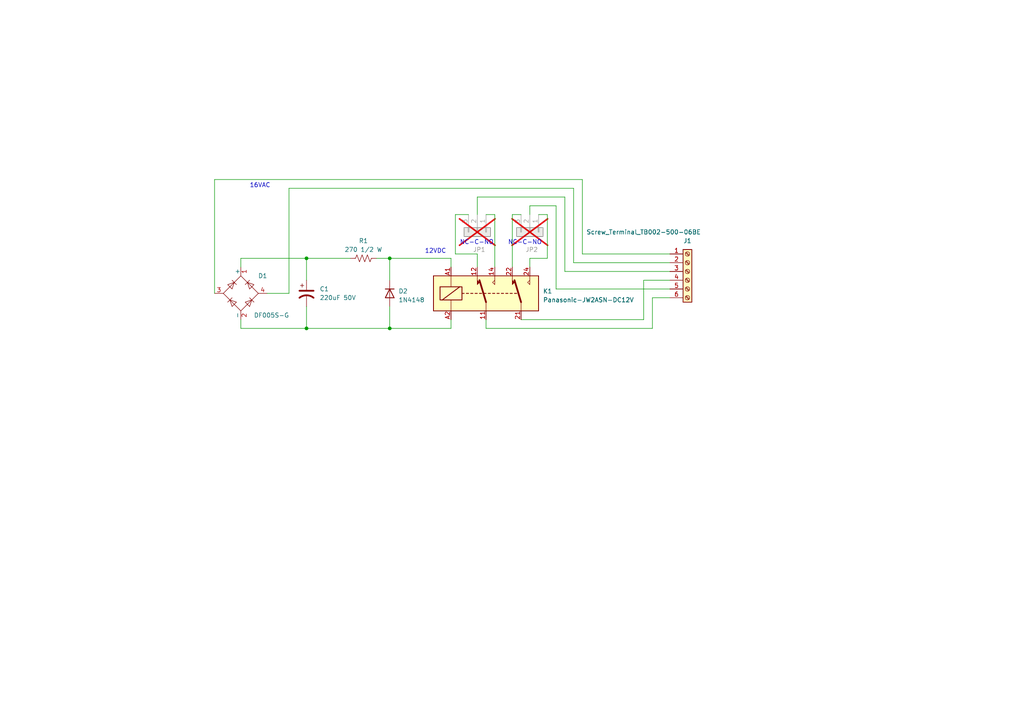
<source format=kicad_sch>
(kicad_sch (version 20230121) (generator eeschema)
  (paper "A4")
  (lib_symbols
    (symbol "Connector:Screw_Terminal_01x06" (pin_names (offset 1.016) hide)
      (property "Reference" "J" (at 0 7.62 0))
      (property "Value" "Screw_Terminal_01x06" (at 0 -10.16 0))
      (symbol "Screw_Terminal_01x06_1_1"
        (rectangle (start -1.27 6.35) (end 1.27 -8.89) (stroke (width 0.254)) (fill (type background)))
        (circle (center 0 -7.62) (radius 0.635) (stroke (width 0.1524)))
        (circle (center 0 -5.08) (radius 0.635) (stroke (width 0.1524)))
        (circle (center 0 -2.54) (radius 0.635) (stroke (width 0.1524)))
        (polyline (pts (xy -0.5334 -7.2898) (xy 0.3302 -8.128)) (stroke (width 0.1524)))
        (polyline (pts (xy -0.5334 -4.7498) (xy 0.3302 -5.588)) (stroke (width 0.1524)))
        (polyline (pts (xy -0.5334 -2.2098) (xy 0.3302 -3.048)) (stroke (width 0.1524)))
        (polyline (pts (xy -0.5334 0.3302) (xy 0.3302 -0.508)) (stroke (width 0.1524)))
        (polyline (pts (xy -0.5334 2.8702) (xy 0.3302 2.032)) (stroke (width 0.1524)))
        (polyline (pts (xy -0.5334 5.4102) (xy 0.3302 4.572)) (stroke (width 0.1524)))
        (polyline (pts (xy -0.3556 -7.112) (xy 0.508 -7.9502)) (stroke (width 0.1524)))
        (polyline (pts (xy -0.3556 -4.572) (xy 0.508 -5.4102)) (stroke (width 0.1524)))
        (polyline (pts (xy -0.3556 -2.032) (xy 0.508 -2.8702)) (stroke (width 0.1524)))
        (polyline (pts (xy -0.3556 0.508) (xy 0.508 -0.3302)) (stroke (width 0.1524)))
        (polyline (pts (xy -0.3556 3.048) (xy 0.508 2.2098)) (stroke (width 0.1524)))
        (polyline (pts (xy -0.3556 5.588) (xy 0.508 4.7498)) (stroke (width 0.1524)))
        (circle (center 0 0) (radius 0.635) (stroke (width 0.1524)))
        (circle (center 0 2.54) (radius 0.635) (stroke (width 0.1524)))
        (circle (center 0 5.08) (radius 0.635) (stroke (width 0.1524)))
        (pin passive line (at -5.08 5.08 0) (length 3.81) (name "Pin_1") (number "1"))
        (pin passive line (at -5.08 2.54 0) (length 3.81) (name "Pin_2") (number "2"))
        (pin passive line (at -5.08 0 0) (length 3.81) (name "Pin_3") (number "3"))
        (pin passive line (at -5.08 -2.54 0) (length 3.81) (name "Pin_4") (number "4"))
        (pin passive line (at -5.08 -5.08 0) (length 3.81) (name "Pin_5") (number "5"))
        (pin passive line (at -5.08 -7.62 0) (length 3.81) (name "Pin_6") (number "6"))
      )
    )
    (symbol "Connector_Generic:Conn_01x03" (pin_names (offset 1.016) hide)
      (property "Reference" "J" (at 0 5.08 0))
      (property "Value" "Conn_01x03" (at 0 -5.08 0))
      (symbol "Conn_01x03_1_1"
        (rectangle (start -1.27 -2.413) (end 0 -2.667) (stroke (width 0.1524)))
        (rectangle (start -1.27 0.127) (end 0 -0.127) (stroke (width 0.1524)))
        (rectangle (start -1.27 2.667) (end 0 2.413) (stroke (width 0.1524)))
        (rectangle (start -1.27 3.81) (end 1.27 -3.81) (stroke (width 0.254)) (fill (type background)))
        (pin passive line (at -5.08 2.54 0) (length 3.81) (name "Pin_1") (number "1"))
        (pin passive line (at -5.08 0 0) (length 3.81) (name "Pin_2") (number "2"))
        (pin passive line (at -5.08 -2.54 0) (length 3.81) (name "Pin_3") (number "3"))
      )
    )
    (symbol "Device:C_Polarized_US" (pin_numbers hide) (pin_names (offset 0.254) hide)
      (property "Reference" "C" (at 0.635 2.54 0))
      (property "Value" "C_Polarized_US" (at 0.635 -2.54 0))
      (symbol "C_Polarized_US_0_1"
        (polyline (pts (xy -2.032 0.762) (xy 2.032 0.762)) (stroke (width 0.508)))
        (polyline (pts (xy -1.778 2.286) (xy -0.762 2.286)))
        (polyline (pts (xy -1.27 1.778) (xy -1.27 2.794)))
        (arc (start 2.032 -1.27) (mid 0 -0.5572) (end -2.032 -1.27) (stroke (width 0.508)))
      )
      (symbol "C_Polarized_US_1_1"
        (pin passive line (at 0 3.81 270) (length 2.794) (name "~") (number "1"))
        (pin passive line (at 0 -3.81 90) (length 3.302) (name "~") (number "2"))
      )
    )
    (symbol "Device:R_US" (pin_numbers hide) (pin_names (offset 0))
      (property "Reference" "R" (at 2.54 0 90))
      (property "Value" "R_US" (at -2.54 0 90))
      (symbol "R_US_0_1"
        (polyline (pts (xy 0 -2.286) (xy 0 -2.54)))
        (polyline (pts (xy 0 2.286) (xy 0 2.54)))
        (polyline (pts (xy 0 -0.762) (xy 1.016 -1.143) (xy 0 -1.524) (xy -1.016 -1.905) (xy 0 -2.286)))
        (polyline (pts (xy 0 0.762) (xy 1.016 0.381) (xy 0 0) (xy -1.016 -0.381) (xy 0 -0.762)))
        (polyline (pts (xy 0 2.286) (xy 1.016 1.905) (xy 0 1.524) (xy -1.016 1.143) (xy 0 0.762)))
      )
      (symbol "R_US_1_1"
        (pin passive line (at 0 3.81 270) (length 1.27) (name "~") (number "1"))
        (pin passive line (at 0 -3.81 90) (length 1.27) (name "~") (number "2"))
      )
    )
    (symbol "Diode:1N4148" (pin_numbers hide) (pin_names hide)
      (property "Reference" "D" (at 0 2.54 0))
      (property "Value" "1N4148" (at 0 -2.54 0))
      (symbol "1N4148_0_1"
        (polyline (pts (xy -1.27 1.27) (xy -1.27 -1.27)) (stroke (width 0.254)))
        (polyline (pts (xy 1.27 0) (xy -1.27 0)))
        (polyline (pts (xy 1.27 1.27) (xy 1.27 -1.27) (xy -1.27 0) (xy 1.27 1.27)) (stroke (width 0.254)))
      )
      (symbol "1N4148_1_1"
        (pin passive line (at -3.81 0 0) (length 2.54) (name "K") (number "1"))
        (pin passive line (at 3.81 0 180) (length 2.54) (name "A") (number "2"))
      )
    )
    (symbol "Diode_Bridge:DF005M" (pin_names (offset 0))
      (property "Reference" "D" (at 2.54 6.985 0))
      (property "Value" "DF005M" (at 2.54 5.08 0))
      (symbol "DF005M_0_1"
        (polyline (pts (xy -2.54 3.81) (xy -1.27 2.54)))
        (polyline (pts (xy -1.27 -2.54) (xy -2.54 -3.81)))
        (polyline (pts (xy 2.54 -1.27) (xy 3.81 -2.54)))
        (polyline (pts (xy 2.54 1.27) (xy 3.81 2.54)))
        (polyline (pts (xy -3.81 2.54) (xy -2.54 1.27) (xy -1.905 3.175) (xy -3.81 2.54)))
        (polyline (pts (xy -2.54 -1.27) (xy -3.81 -2.54) (xy -1.905 -3.175) (xy -2.54 -1.27)))
        (polyline (pts (xy 1.27 2.54) (xy 2.54 3.81) (xy 3.175 1.905) (xy 1.27 2.54)))
        (polyline (pts (xy 3.175 -1.905) (xy 1.27 -2.54) (xy 2.54 -3.81) (xy 3.175 -1.905)))
        (polyline (pts (xy -5.08 0) (xy 0 -5.08) (xy 5.08 0) (xy 0 5.08) (xy -5.08 0)))
      )
      (symbol "DF005M_1_1"
        (pin passive line (at 7.62 0 180) (length 2.54) (name "+") (number "1"))
        (pin passive line (at -7.62 0 0) (length 2.54) (name "-") (number "2"))
        (pin passive line (at 0 -7.62 90) (length 2.54) (name "~") (number "3"))
        (pin passive line (at 0 7.62 270) (length 2.54) (name "~") (number "4"))
      )
    )
    (symbol "Relay:FINDER-30.22"
      (property "Reference" "K" (at 16.51 3.81 0))
      (property "Value" "FINDER-30.22" (at 16.51 1.27 0))
      (symbol "FINDER-30.22_0_0"
        (polyline (pts (xy -2.54 5.08) (xy -2.54 2.54) (xy -1.905 3.175) (xy -2.54 3.81)) (fill (type outline)))
        (polyline (pts (xy 2.54 5.08) (xy 2.54 2.54) (xy 1.905 3.175) (xy 2.54 3.81)))
        (polyline (pts (xy 7.62 5.08) (xy 7.62 2.54) (xy 8.255 3.175) (xy 7.62 3.81)) (fill (type outline)))
        (polyline (pts (xy 12.7 5.08) (xy 12.7 2.54) (xy 12.065 3.175) (xy 12.7 3.81)))
      )
      (symbol "FINDER-30.22_0_1"
        (rectangle (start -15.24 5.08) (end 15.24 -5.08) (stroke (width 0.254)) (fill (type background)))
        (rectangle (start -13.335 1.905) (end -6.985 -1.905) (stroke (width 0.254)))
        (polyline (pts (xy -12.7 -1.905) (xy -7.62 1.905)) (stroke (width 0.254)))
        (polyline (pts (xy -10.16 -5.08) (xy -10.16 -1.905)))
        (polyline (pts (xy -10.16 5.08) (xy -10.16 1.905)))
        (polyline (pts (xy -6.985 0) (xy -6.35 0)) (stroke (width 0.254)))
        (polyline (pts (xy -5.715 0) (xy -5.08 0)) (stroke (width 0.254)))
        (polyline (pts (xy -4.445 0) (xy -3.81 0)) (stroke (width 0.254)))
        (polyline (pts (xy -3.175 0) (xy -2.54 0)) (stroke (width 0.254)))
        (polyline (pts (xy -1.905 0) (xy -1.27 0)) (stroke (width 0.254)))
        (polyline (pts (xy -0.635 0) (xy 0 0)) (stroke (width 0.254)))
        (polyline (pts (xy 0 -2.54) (xy -1.905 3.81)) (stroke (width 0.508)))
        (polyline (pts (xy 0 -2.54) (xy 0 -5.08)))
        (polyline (pts (xy 0.635 0) (xy 1.27 0)) (stroke (width 0.254)))
        (polyline (pts (xy 1.905 0) (xy 2.54 0)) (stroke (width 0.254)))
        (polyline (pts (xy 3.175 0) (xy 3.81 0)) (stroke (width 0.254)))
        (polyline (pts (xy 4.445 0) (xy 5.08 0)) (stroke (width 0.254)))
        (polyline (pts (xy 5.715 0) (xy 6.35 0)) (stroke (width 0.254)))
        (polyline (pts (xy 6.985 0) (xy 7.62 0)) (stroke (width 0.254)))
        (polyline (pts (xy 8.255 0) (xy 8.89 0)) (stroke (width 0.254)))
        (polyline (pts (xy 10.16 -2.54) (xy 8.255 3.81)) (stroke (width 0.508)))
        (polyline (pts (xy 10.16 -2.54) (xy 10.16 -5.08)))
      )
      (symbol "FINDER-30.22_1_1"
        (pin passive line (at 0 -7.62 90) (length 2.54) (name "~") (number "11"))
        (pin passive line (at -2.54 7.62 270) (length 2.54) (name "~") (number "12"))
        (pin passive line (at 2.54 7.62 270) (length 2.54) (name "~") (number "14"))
        (pin passive line (at 10.16 -7.62 90) (length 2.54) (name "~") (number "21"))
        (pin passive line (at 7.62 7.62 270) (length 2.54) (name "~") (number "22"))
        (pin passive line (at 12.7 7.62 270) (length 2.54) (name "~") (number "24"))
        (pin passive line (at -10.16 7.62 270) (length 2.54) (name "~") (number "A1"))
        (pin passive line (at -10.16 -7.62 90) (length 2.54) (name "~") (number "A2"))
      )
    )
  )
  (junction (at 88.9 74.93))
  (junction (at 113.03 95.25))
  (junction (at 113.03 74.93))
  (junction (at 88.9 95.25))
  (wire (pts (xy 113.03 88.9) (xy 113.03 95.25)))
  (wire (pts (xy 148.59 77.47) (xy 148.59 62.23)))
  (wire (pts (xy 168.91 52.07) (xy 168.91 73.66)))
  (wire (pts (xy 151.13 92.71) (xy 186.69 92.71)))
  (wire (pts (xy 101.6 74.93) (xy 88.9 74.93)))
  (wire (pts (xy 166.37 54.61) (xy 166.37 76.2)))
  (wire (pts (xy 113.03 95.25) (xy 88.9 95.25)))
  (wire (pts (xy 138.43 73.66) (xy 138.43 77.47)))
  (wire (pts (xy 189.23 95.25) (xy 140.97 95.25)))
  (wire (pts (xy 156.21 62.23) (xy 158.75 62.23)))
  (wire (pts (xy 138.43 57.15) (xy 163.83 57.15)))
  (wire (pts (xy 148.59 62.23) (xy 151.13 62.23)))
  (wire (pts (xy 88.9 95.25) (xy 69.85 95.25)))
  (wire (pts (xy 194.31 86.36) (xy 189.23 86.36)))
  (wire (pts (xy 140.97 62.23) (xy 143.51 62.23)))
  (wire (pts (xy 153.67 59.69) (xy 161.29 59.69)))
  (wire (pts (xy 138.43 73.66) (xy 132.08 73.66)))
  (wire (pts (xy 77.47 85.09) (xy 83.82 85.09)))
  (wire (pts (xy 158.75 74.93) (xy 153.67 74.93)))
  (wire (pts (xy 161.29 83.82) (xy 194.31 83.82)))
  (wire (pts (xy 186.69 81.28) (xy 194.31 81.28)))
  (wire (pts (xy 88.9 95.25) (xy 88.9 88.9)))
  (wire (pts (xy 83.82 54.61) (xy 166.37 54.61)))
  (wire (pts (xy 140.97 95.25) (xy 140.97 92.71)))
  (wire (pts (xy 69.85 95.25) (xy 69.85 92.71)))
  (wire (pts (xy 113.03 74.93) (xy 130.81 74.93)))
  (wire (pts (xy 186.69 92.71) (xy 186.69 81.28)))
  (wire (pts (xy 62.23 85.09) (xy 62.23 52.07)))
  (wire (pts (xy 132.08 73.66) (xy 132.08 62.23)))
  (wire (pts (xy 69.85 74.93) (xy 69.85 77.47)))
  (wire (pts (xy 62.23 52.07) (xy 168.91 52.07)))
  (wire (pts (xy 189.23 86.36) (xy 189.23 95.25)))
  (wire (pts (xy 163.83 78.74) (xy 194.31 78.74)))
  (wire (pts (xy 163.83 57.15) (xy 163.83 78.74)))
  (wire (pts (xy 83.82 85.09) (xy 83.82 54.61)))
  (wire (pts (xy 88.9 74.93) (xy 88.9 81.28)))
  (wire (pts (xy 143.51 62.23) (xy 143.51 77.47)))
  (wire (pts (xy 166.37 76.2) (xy 194.31 76.2)))
  (wire (pts (xy 153.67 62.23) (xy 153.67 59.69)))
  (wire (pts (xy 88.9 74.93) (xy 69.85 74.93)))
  (wire (pts (xy 132.08 62.23) (xy 135.89 62.23)))
  (wire (pts (xy 109.22 74.93) (xy 113.03 74.93)))
  (wire (pts (xy 161.29 59.69) (xy 161.29 83.82)))
  (wire (pts (xy 158.75 62.23) (xy 158.75 74.93)))
  (wire (pts (xy 168.91 73.66) (xy 194.31 73.66)))
  (wire (pts (xy 113.03 74.93) (xy 113.03 81.28)))
  (wire (pts (xy 130.81 77.47) (xy 130.81 74.93)))
  (wire (pts (xy 130.81 92.71) (xy 130.81 95.25)))
  (wire (pts (xy 138.43 62.23) (xy 138.43 57.15)))
  (wire (pts (xy 113.03 95.25) (xy 130.81 95.25)))
  (wire (pts (xy 153.67 74.93) (xy 153.67 77.47)))
  (text "NC-C-NO" (at 147.32 71.12 0) (effects (font (size 1.27 1.27)) (justify left bottom)))
  (text "16VAC" (at 72.39 54.61 0) (effects (font (size 1.27 1.27)) (justify left bottom)))
  (text "NC-C-NO" (at 133.35 71.12 0) (effects (font (size 1.27 1.27)) (justify left bottom)))
  (text "12VDC" (at 123.19 73.66 0) (effects (font (size 1.27 1.27)) (justify left bottom)))
  (symbol (lib_id "Connector_Generic:Conn_01x03") (at 153.67 67.31 270) (unit 1) (in_bom no) (dnp yes)
    (property "Reference" "JP2" (at 152.4 72.39 90) (effects (justify left)))
    (property "Value" "Conn_01x03" (effects hide))
    (property "Footprint" "Connector_PinHeader_2.54mm:PinHeader_1x03_P2.54mm_Vertical" (effects hide))
  )
  (symbol (lib_id "Diode_Bridge:DF005M") (at 69.85 85.09 270) (mirror x) (unit 1)
    (property "Reference" "D1" (at 76.2 80.01 90))
    (property "Value" "DF005S-G" (at 78.74 91.44 90))
    (property "Footprint" "Diode_SMD:Diode_Bridge_Vishay_DFS" (effects hide))
    (property "Datasheet" "http://www.vishay.com/docs/88571/dfm.pdf" (effects hide))
  )
  (symbol (lib_id "Connector:Screw_Terminal_01x06") (at 199.39 78.74 0) (unit 1)
    (property "Reference" "J1" (at 199.39 69.85 0))
    (property "Value" "Screw_Terminal_TB002-500-06BE" (at 186.69 67.31 0))
    (property "Footprint" "TerminalBlock_RND:TerminalBlock_RND_205-00049_1x06_P5.00mm_Horizontal" (effects hide))
  )
  (symbol (lib_id "Device:R_US") (at 105.41 74.93 90) (unit 1)
    (property "Reference" "R1" (at 105.41 69.85 90))
    (property "Value" "270 1/2 W" (at 105.41 72.39 90))
    (property "Footprint" "Resistor_THT:R_Axial_DIN0414_L11.9mm_D4.5mm_P15.24mm_Horizontal" (effects hide))
  )
  (symbol (lib_id "Connector_Generic:Conn_01x03") (at 138.43 67.31 270) (unit 1) (in_bom no) (dnp yes)
    (property "Reference" "JP1" (at 137.16 72.39 90) (effects (justify left)))
    (property "Value" "Conn_01x03" (effects hide))
    (property "Footprint" "Connector_PinHeader_2.54mm:PinHeader_1x03_P2.54mm_Vertical" (effects hide))
  )
  (symbol (lib_id "Device:C_Polarized_US") (at 88.9 85.09 0) (unit 1)
    (property "Reference" "C1" (at 92.71 83.82 0) (effects (justify left)))
    (property "Value" "220uF 50V" (at 92.71 86.36 0) (effects (justify left)))
    (property "Footprint" "Capacitor_THT:CP_Radial_D5.0mm_P2.50mm" (effects hide))
  )
  (symbol (lib_id "Diode:1N4148") (at 113.03 85.09 270) (unit 1)
    (property "Reference" "D2" (at 115.57 84.455 90) (effects (justify left)))
    (property "Value" "1N4148" (at 115.57 86.995 90) (effects (justify left)))
    (property "Footprint" "Diode_THT:D_DO-35_SOD27_P7.62mm_Horizontal" (effects hide))
    (property "Datasheet" "https://assets.nexperia.com/documents/data-sheet/1N4148_1N4448.pdf" (effects hide))
    (property "Sim.Device" "D" (effects hide))
    (property "Sim.Pins" "1=K 2=A" (effects hide))
  )
  (symbol (lib_id "Relay:FINDER-30.22") (at 140.97 85.09 0) (unit 1)
    (property "Reference" "K1" (at 157.48 84.455 0) (effects (justify left)))
    (property "Value" "Panasonic-JW2ASN-DC12V" (at 157.48 86.995 0) (effects (justify left)))
    (property "Footprint" "Relay_THT:Relay_DPDT_Finder_40.52" (effects hide))
    (property "Datasheet" "http://gfinder.findernet.com/assets/Series/354/S30EN.pdf" (effects hide))
  )
)
</source>
